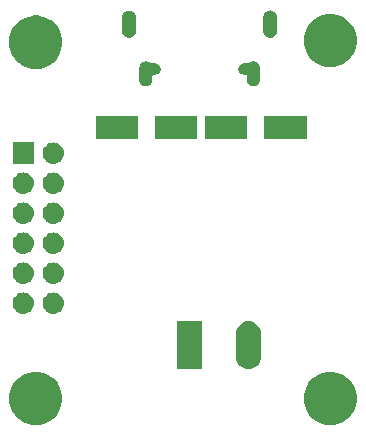
<source format=gbr>
G04 #@! TF.GenerationSoftware,KiCad,Pcbnew,(5.1.0)-1*
G04 #@! TF.CreationDate,2019-11-16T16:41:27+01:00*
G04 #@! TF.ProjectId,USBC_PowerDelivery,55534243-5f50-46f7-9765-7244656c6976,rev?*
G04 #@! TF.SameCoordinates,Original*
G04 #@! TF.FileFunction,Soldermask,Bot*
G04 #@! TF.FilePolarity,Negative*
%FSLAX46Y46*%
G04 Gerber Fmt 4.6, Leading zero omitted, Abs format (unit mm)*
G04 Created by KiCad (PCBNEW (5.1.0)-1) date 2019-11-16 16:41:27*
%MOMM*%
%LPD*%
G04 APERTURE LIST*
%ADD10C,0.100000*%
G04 APERTURE END LIST*
D10*
G36*
X136575880Y-138959776D02*
G01*
X136956593Y-139035504D01*
X137366249Y-139205189D01*
X137734929Y-139451534D01*
X138048466Y-139765071D01*
X138294811Y-140133751D01*
X138464496Y-140543407D01*
X138551000Y-140978296D01*
X138551000Y-141421704D01*
X138464496Y-141856593D01*
X138294811Y-142266249D01*
X138048466Y-142634929D01*
X137734929Y-142948466D01*
X137366249Y-143194811D01*
X136956593Y-143364496D01*
X136575880Y-143440224D01*
X136521705Y-143451000D01*
X136078295Y-143451000D01*
X136024120Y-143440224D01*
X135643407Y-143364496D01*
X135233751Y-143194811D01*
X134865071Y-142948466D01*
X134551534Y-142634929D01*
X134305189Y-142266249D01*
X134135504Y-141856593D01*
X134049000Y-141421704D01*
X134049000Y-140978296D01*
X134135504Y-140543407D01*
X134305189Y-140133751D01*
X134551534Y-139765071D01*
X134865071Y-139451534D01*
X135233751Y-139205189D01*
X135643407Y-139035504D01*
X136024120Y-138959776D01*
X136078295Y-138949000D01*
X136521705Y-138949000D01*
X136575880Y-138959776D01*
X136575880Y-138959776D01*
G37*
G36*
X111665880Y-138959776D02*
G01*
X112046593Y-139035504D01*
X112456249Y-139205189D01*
X112824929Y-139451534D01*
X113138466Y-139765071D01*
X113384811Y-140133751D01*
X113554496Y-140543407D01*
X113641000Y-140978296D01*
X113641000Y-141421704D01*
X113554496Y-141856593D01*
X113384811Y-142266249D01*
X113138466Y-142634929D01*
X112824929Y-142948466D01*
X112456249Y-143194811D01*
X112046593Y-143364496D01*
X111665880Y-143440224D01*
X111611705Y-143451000D01*
X111168295Y-143451000D01*
X111114120Y-143440224D01*
X110733407Y-143364496D01*
X110323751Y-143194811D01*
X109955071Y-142948466D01*
X109641534Y-142634929D01*
X109395189Y-142266249D01*
X109225504Y-141856593D01*
X109139000Y-141421704D01*
X109139000Y-140978296D01*
X109225504Y-140543407D01*
X109395189Y-140133751D01*
X109641534Y-139765071D01*
X109955071Y-139451534D01*
X110323751Y-139205189D01*
X110733407Y-139035504D01*
X111114120Y-138959776D01*
X111168295Y-138949000D01*
X111611705Y-138949000D01*
X111665880Y-138959776D01*
X111665880Y-138959776D01*
G37*
G36*
X129604071Y-134684063D02*
G01*
X129800300Y-134743589D01*
X129981146Y-134840253D01*
X130022437Y-134874140D01*
X130139660Y-134970340D01*
X130269748Y-135128855D01*
X130366410Y-135309697D01*
X130366411Y-135309699D01*
X130425937Y-135505928D01*
X130441000Y-135658868D01*
X130441000Y-137741132D01*
X130425937Y-137894072D01*
X130366411Y-138090301D01*
X130366410Y-138090303D01*
X130269748Y-138271145D01*
X130139660Y-138429660D01*
X129981145Y-138559748D01*
X129800303Y-138656410D01*
X129800301Y-138656411D01*
X129604072Y-138715937D01*
X129400000Y-138736036D01*
X129195929Y-138715937D01*
X128999700Y-138656411D01*
X128999698Y-138656410D01*
X128818856Y-138559748D01*
X128660341Y-138429660D01*
X128530253Y-138271145D01*
X128433591Y-138090303D01*
X128433590Y-138090301D01*
X128374064Y-137894072D01*
X128359001Y-137741132D01*
X128359000Y-135658869D01*
X128374063Y-135505929D01*
X128433589Y-135309700D01*
X128530253Y-135128854D01*
X128564140Y-135087563D01*
X128660340Y-134970340D01*
X128818855Y-134840252D01*
X128999697Y-134743590D01*
X128999699Y-134743589D01*
X129195928Y-134684063D01*
X129400000Y-134663964D01*
X129604071Y-134684063D01*
X129604071Y-134684063D01*
G37*
G36*
X125441000Y-138731000D02*
G01*
X123359000Y-138731000D01*
X123359000Y-134669000D01*
X125441000Y-134669000D01*
X125441000Y-138731000D01*
X125441000Y-138731000D01*
G37*
G36*
X112980443Y-132235519D02*
G01*
X113046627Y-132242037D01*
X113216466Y-132293557D01*
X113372991Y-132377222D01*
X113408729Y-132406552D01*
X113510186Y-132489814D01*
X113593448Y-132591271D01*
X113622778Y-132627009D01*
X113706443Y-132783534D01*
X113757963Y-132953373D01*
X113775359Y-133130000D01*
X113757963Y-133306627D01*
X113706443Y-133476466D01*
X113622778Y-133632991D01*
X113593448Y-133668729D01*
X113510186Y-133770186D01*
X113408729Y-133853448D01*
X113372991Y-133882778D01*
X113216466Y-133966443D01*
X113046627Y-134017963D01*
X112980442Y-134024482D01*
X112914260Y-134031000D01*
X112825740Y-134031000D01*
X112759558Y-134024482D01*
X112693373Y-134017963D01*
X112523534Y-133966443D01*
X112367009Y-133882778D01*
X112331271Y-133853448D01*
X112229814Y-133770186D01*
X112146552Y-133668729D01*
X112117222Y-133632991D01*
X112033557Y-133476466D01*
X111982037Y-133306627D01*
X111964641Y-133130000D01*
X111982037Y-132953373D01*
X112033557Y-132783534D01*
X112117222Y-132627009D01*
X112146552Y-132591271D01*
X112229814Y-132489814D01*
X112331271Y-132406552D01*
X112367009Y-132377222D01*
X112523534Y-132293557D01*
X112693373Y-132242037D01*
X112759557Y-132235519D01*
X112825740Y-132229000D01*
X112914260Y-132229000D01*
X112980443Y-132235519D01*
X112980443Y-132235519D01*
G37*
G36*
X110440443Y-132235519D02*
G01*
X110506627Y-132242037D01*
X110676466Y-132293557D01*
X110832991Y-132377222D01*
X110868729Y-132406552D01*
X110970186Y-132489814D01*
X111053448Y-132591271D01*
X111082778Y-132627009D01*
X111166443Y-132783534D01*
X111217963Y-132953373D01*
X111235359Y-133130000D01*
X111217963Y-133306627D01*
X111166443Y-133476466D01*
X111082778Y-133632991D01*
X111053448Y-133668729D01*
X110970186Y-133770186D01*
X110868729Y-133853448D01*
X110832991Y-133882778D01*
X110676466Y-133966443D01*
X110506627Y-134017963D01*
X110440442Y-134024482D01*
X110374260Y-134031000D01*
X110285740Y-134031000D01*
X110219558Y-134024482D01*
X110153373Y-134017963D01*
X109983534Y-133966443D01*
X109827009Y-133882778D01*
X109791271Y-133853448D01*
X109689814Y-133770186D01*
X109606552Y-133668729D01*
X109577222Y-133632991D01*
X109493557Y-133476466D01*
X109442037Y-133306627D01*
X109424641Y-133130000D01*
X109442037Y-132953373D01*
X109493557Y-132783534D01*
X109577222Y-132627009D01*
X109606552Y-132591271D01*
X109689814Y-132489814D01*
X109791271Y-132406552D01*
X109827009Y-132377222D01*
X109983534Y-132293557D01*
X110153373Y-132242037D01*
X110219557Y-132235519D01*
X110285740Y-132229000D01*
X110374260Y-132229000D01*
X110440443Y-132235519D01*
X110440443Y-132235519D01*
G37*
G36*
X110440442Y-129695518D02*
G01*
X110506627Y-129702037D01*
X110676466Y-129753557D01*
X110832991Y-129837222D01*
X110868729Y-129866552D01*
X110970186Y-129949814D01*
X111053448Y-130051271D01*
X111082778Y-130087009D01*
X111166443Y-130243534D01*
X111217963Y-130413373D01*
X111235359Y-130590000D01*
X111217963Y-130766627D01*
X111166443Y-130936466D01*
X111082778Y-131092991D01*
X111053448Y-131128729D01*
X110970186Y-131230186D01*
X110868729Y-131313448D01*
X110832991Y-131342778D01*
X110676466Y-131426443D01*
X110506627Y-131477963D01*
X110440443Y-131484481D01*
X110374260Y-131491000D01*
X110285740Y-131491000D01*
X110219557Y-131484481D01*
X110153373Y-131477963D01*
X109983534Y-131426443D01*
X109827009Y-131342778D01*
X109791271Y-131313448D01*
X109689814Y-131230186D01*
X109606552Y-131128729D01*
X109577222Y-131092991D01*
X109493557Y-130936466D01*
X109442037Y-130766627D01*
X109424641Y-130590000D01*
X109442037Y-130413373D01*
X109493557Y-130243534D01*
X109577222Y-130087009D01*
X109606552Y-130051271D01*
X109689814Y-129949814D01*
X109791271Y-129866552D01*
X109827009Y-129837222D01*
X109983534Y-129753557D01*
X110153373Y-129702037D01*
X110219558Y-129695518D01*
X110285740Y-129689000D01*
X110374260Y-129689000D01*
X110440442Y-129695518D01*
X110440442Y-129695518D01*
G37*
G36*
X112980442Y-129695518D02*
G01*
X113046627Y-129702037D01*
X113216466Y-129753557D01*
X113372991Y-129837222D01*
X113408729Y-129866552D01*
X113510186Y-129949814D01*
X113593448Y-130051271D01*
X113622778Y-130087009D01*
X113706443Y-130243534D01*
X113757963Y-130413373D01*
X113775359Y-130590000D01*
X113757963Y-130766627D01*
X113706443Y-130936466D01*
X113622778Y-131092991D01*
X113593448Y-131128729D01*
X113510186Y-131230186D01*
X113408729Y-131313448D01*
X113372991Y-131342778D01*
X113216466Y-131426443D01*
X113046627Y-131477963D01*
X112980443Y-131484481D01*
X112914260Y-131491000D01*
X112825740Y-131491000D01*
X112759557Y-131484481D01*
X112693373Y-131477963D01*
X112523534Y-131426443D01*
X112367009Y-131342778D01*
X112331271Y-131313448D01*
X112229814Y-131230186D01*
X112146552Y-131128729D01*
X112117222Y-131092991D01*
X112033557Y-130936466D01*
X111982037Y-130766627D01*
X111964641Y-130590000D01*
X111982037Y-130413373D01*
X112033557Y-130243534D01*
X112117222Y-130087009D01*
X112146552Y-130051271D01*
X112229814Y-129949814D01*
X112331271Y-129866552D01*
X112367009Y-129837222D01*
X112523534Y-129753557D01*
X112693373Y-129702037D01*
X112759558Y-129695518D01*
X112825740Y-129689000D01*
X112914260Y-129689000D01*
X112980442Y-129695518D01*
X112980442Y-129695518D01*
G37*
G36*
X110440443Y-127155519D02*
G01*
X110506627Y-127162037D01*
X110676466Y-127213557D01*
X110832991Y-127297222D01*
X110868729Y-127326552D01*
X110970186Y-127409814D01*
X111053448Y-127511271D01*
X111082778Y-127547009D01*
X111166443Y-127703534D01*
X111217963Y-127873373D01*
X111235359Y-128050000D01*
X111217963Y-128226627D01*
X111166443Y-128396466D01*
X111082778Y-128552991D01*
X111053448Y-128588729D01*
X110970186Y-128690186D01*
X110868729Y-128773448D01*
X110832991Y-128802778D01*
X110676466Y-128886443D01*
X110506627Y-128937963D01*
X110440443Y-128944481D01*
X110374260Y-128951000D01*
X110285740Y-128951000D01*
X110219557Y-128944481D01*
X110153373Y-128937963D01*
X109983534Y-128886443D01*
X109827009Y-128802778D01*
X109791271Y-128773448D01*
X109689814Y-128690186D01*
X109606552Y-128588729D01*
X109577222Y-128552991D01*
X109493557Y-128396466D01*
X109442037Y-128226627D01*
X109424641Y-128050000D01*
X109442037Y-127873373D01*
X109493557Y-127703534D01*
X109577222Y-127547009D01*
X109606552Y-127511271D01*
X109689814Y-127409814D01*
X109791271Y-127326552D01*
X109827009Y-127297222D01*
X109983534Y-127213557D01*
X110153373Y-127162037D01*
X110219557Y-127155519D01*
X110285740Y-127149000D01*
X110374260Y-127149000D01*
X110440443Y-127155519D01*
X110440443Y-127155519D01*
G37*
G36*
X112980443Y-127155519D02*
G01*
X113046627Y-127162037D01*
X113216466Y-127213557D01*
X113372991Y-127297222D01*
X113408729Y-127326552D01*
X113510186Y-127409814D01*
X113593448Y-127511271D01*
X113622778Y-127547009D01*
X113706443Y-127703534D01*
X113757963Y-127873373D01*
X113775359Y-128050000D01*
X113757963Y-128226627D01*
X113706443Y-128396466D01*
X113622778Y-128552991D01*
X113593448Y-128588729D01*
X113510186Y-128690186D01*
X113408729Y-128773448D01*
X113372991Y-128802778D01*
X113216466Y-128886443D01*
X113046627Y-128937963D01*
X112980443Y-128944481D01*
X112914260Y-128951000D01*
X112825740Y-128951000D01*
X112759557Y-128944481D01*
X112693373Y-128937963D01*
X112523534Y-128886443D01*
X112367009Y-128802778D01*
X112331271Y-128773448D01*
X112229814Y-128690186D01*
X112146552Y-128588729D01*
X112117222Y-128552991D01*
X112033557Y-128396466D01*
X111982037Y-128226627D01*
X111964641Y-128050000D01*
X111982037Y-127873373D01*
X112033557Y-127703534D01*
X112117222Y-127547009D01*
X112146552Y-127511271D01*
X112229814Y-127409814D01*
X112331271Y-127326552D01*
X112367009Y-127297222D01*
X112523534Y-127213557D01*
X112693373Y-127162037D01*
X112759557Y-127155519D01*
X112825740Y-127149000D01*
X112914260Y-127149000D01*
X112980443Y-127155519D01*
X112980443Y-127155519D01*
G37*
G36*
X110440442Y-124615518D02*
G01*
X110506627Y-124622037D01*
X110676466Y-124673557D01*
X110832991Y-124757222D01*
X110868729Y-124786552D01*
X110970186Y-124869814D01*
X111053448Y-124971271D01*
X111082778Y-125007009D01*
X111166443Y-125163534D01*
X111217963Y-125333373D01*
X111235359Y-125510000D01*
X111217963Y-125686627D01*
X111166443Y-125856466D01*
X111082778Y-126012991D01*
X111053448Y-126048729D01*
X110970186Y-126150186D01*
X110868729Y-126233448D01*
X110832991Y-126262778D01*
X110676466Y-126346443D01*
X110506627Y-126397963D01*
X110440443Y-126404481D01*
X110374260Y-126411000D01*
X110285740Y-126411000D01*
X110219557Y-126404481D01*
X110153373Y-126397963D01*
X109983534Y-126346443D01*
X109827009Y-126262778D01*
X109791271Y-126233448D01*
X109689814Y-126150186D01*
X109606552Y-126048729D01*
X109577222Y-126012991D01*
X109493557Y-125856466D01*
X109442037Y-125686627D01*
X109424641Y-125510000D01*
X109442037Y-125333373D01*
X109493557Y-125163534D01*
X109577222Y-125007009D01*
X109606552Y-124971271D01*
X109689814Y-124869814D01*
X109791271Y-124786552D01*
X109827009Y-124757222D01*
X109983534Y-124673557D01*
X110153373Y-124622037D01*
X110219558Y-124615518D01*
X110285740Y-124609000D01*
X110374260Y-124609000D01*
X110440442Y-124615518D01*
X110440442Y-124615518D01*
G37*
G36*
X112980442Y-124615518D02*
G01*
X113046627Y-124622037D01*
X113216466Y-124673557D01*
X113372991Y-124757222D01*
X113408729Y-124786552D01*
X113510186Y-124869814D01*
X113593448Y-124971271D01*
X113622778Y-125007009D01*
X113706443Y-125163534D01*
X113757963Y-125333373D01*
X113775359Y-125510000D01*
X113757963Y-125686627D01*
X113706443Y-125856466D01*
X113622778Y-126012991D01*
X113593448Y-126048729D01*
X113510186Y-126150186D01*
X113408729Y-126233448D01*
X113372991Y-126262778D01*
X113216466Y-126346443D01*
X113046627Y-126397963D01*
X112980443Y-126404481D01*
X112914260Y-126411000D01*
X112825740Y-126411000D01*
X112759557Y-126404481D01*
X112693373Y-126397963D01*
X112523534Y-126346443D01*
X112367009Y-126262778D01*
X112331271Y-126233448D01*
X112229814Y-126150186D01*
X112146552Y-126048729D01*
X112117222Y-126012991D01*
X112033557Y-125856466D01*
X111982037Y-125686627D01*
X111964641Y-125510000D01*
X111982037Y-125333373D01*
X112033557Y-125163534D01*
X112117222Y-125007009D01*
X112146552Y-124971271D01*
X112229814Y-124869814D01*
X112331271Y-124786552D01*
X112367009Y-124757222D01*
X112523534Y-124673557D01*
X112693373Y-124622037D01*
X112759558Y-124615518D01*
X112825740Y-124609000D01*
X112914260Y-124609000D01*
X112980442Y-124615518D01*
X112980442Y-124615518D01*
G37*
G36*
X110440442Y-122075518D02*
G01*
X110506627Y-122082037D01*
X110676466Y-122133557D01*
X110832991Y-122217222D01*
X110868729Y-122246552D01*
X110970186Y-122329814D01*
X111053448Y-122431271D01*
X111082778Y-122467009D01*
X111166443Y-122623534D01*
X111217963Y-122793373D01*
X111235359Y-122970000D01*
X111217963Y-123146627D01*
X111166443Y-123316466D01*
X111082778Y-123472991D01*
X111053448Y-123508729D01*
X110970186Y-123610186D01*
X110868729Y-123693448D01*
X110832991Y-123722778D01*
X110676466Y-123806443D01*
X110506627Y-123857963D01*
X110440442Y-123864482D01*
X110374260Y-123871000D01*
X110285740Y-123871000D01*
X110219558Y-123864482D01*
X110153373Y-123857963D01*
X109983534Y-123806443D01*
X109827009Y-123722778D01*
X109791271Y-123693448D01*
X109689814Y-123610186D01*
X109606552Y-123508729D01*
X109577222Y-123472991D01*
X109493557Y-123316466D01*
X109442037Y-123146627D01*
X109424641Y-122970000D01*
X109442037Y-122793373D01*
X109493557Y-122623534D01*
X109577222Y-122467009D01*
X109606552Y-122431271D01*
X109689814Y-122329814D01*
X109791271Y-122246552D01*
X109827009Y-122217222D01*
X109983534Y-122133557D01*
X110153373Y-122082037D01*
X110219558Y-122075518D01*
X110285740Y-122069000D01*
X110374260Y-122069000D01*
X110440442Y-122075518D01*
X110440442Y-122075518D01*
G37*
G36*
X112980442Y-122075518D02*
G01*
X113046627Y-122082037D01*
X113216466Y-122133557D01*
X113372991Y-122217222D01*
X113408729Y-122246552D01*
X113510186Y-122329814D01*
X113593448Y-122431271D01*
X113622778Y-122467009D01*
X113706443Y-122623534D01*
X113757963Y-122793373D01*
X113775359Y-122970000D01*
X113757963Y-123146627D01*
X113706443Y-123316466D01*
X113622778Y-123472991D01*
X113593448Y-123508729D01*
X113510186Y-123610186D01*
X113408729Y-123693448D01*
X113372991Y-123722778D01*
X113216466Y-123806443D01*
X113046627Y-123857963D01*
X112980442Y-123864482D01*
X112914260Y-123871000D01*
X112825740Y-123871000D01*
X112759558Y-123864482D01*
X112693373Y-123857963D01*
X112523534Y-123806443D01*
X112367009Y-123722778D01*
X112331271Y-123693448D01*
X112229814Y-123610186D01*
X112146552Y-123508729D01*
X112117222Y-123472991D01*
X112033557Y-123316466D01*
X111982037Y-123146627D01*
X111964641Y-122970000D01*
X111982037Y-122793373D01*
X112033557Y-122623534D01*
X112117222Y-122467009D01*
X112146552Y-122431271D01*
X112229814Y-122329814D01*
X112331271Y-122246552D01*
X112367009Y-122217222D01*
X112523534Y-122133557D01*
X112693373Y-122082037D01*
X112759558Y-122075518D01*
X112825740Y-122069000D01*
X112914260Y-122069000D01*
X112980442Y-122075518D01*
X112980442Y-122075518D01*
G37*
G36*
X112980443Y-119535519D02*
G01*
X113046627Y-119542037D01*
X113216466Y-119593557D01*
X113372991Y-119677222D01*
X113408729Y-119706552D01*
X113510186Y-119789814D01*
X113593448Y-119891271D01*
X113622778Y-119927009D01*
X113706443Y-120083534D01*
X113757963Y-120253373D01*
X113775359Y-120430000D01*
X113757963Y-120606627D01*
X113706443Y-120776466D01*
X113622778Y-120932991D01*
X113593448Y-120968729D01*
X113510186Y-121070186D01*
X113408729Y-121153448D01*
X113372991Y-121182778D01*
X113216466Y-121266443D01*
X113046627Y-121317963D01*
X112980443Y-121324481D01*
X112914260Y-121331000D01*
X112825740Y-121331000D01*
X112759557Y-121324481D01*
X112693373Y-121317963D01*
X112523534Y-121266443D01*
X112367009Y-121182778D01*
X112331271Y-121153448D01*
X112229814Y-121070186D01*
X112146552Y-120968729D01*
X112117222Y-120932991D01*
X112033557Y-120776466D01*
X111982037Y-120606627D01*
X111964641Y-120430000D01*
X111982037Y-120253373D01*
X112033557Y-120083534D01*
X112117222Y-119927009D01*
X112146552Y-119891271D01*
X112229814Y-119789814D01*
X112331271Y-119706552D01*
X112367009Y-119677222D01*
X112523534Y-119593557D01*
X112693373Y-119542037D01*
X112759557Y-119535519D01*
X112825740Y-119529000D01*
X112914260Y-119529000D01*
X112980443Y-119535519D01*
X112980443Y-119535519D01*
G37*
G36*
X111231000Y-121331000D02*
G01*
X109429000Y-121331000D01*
X109429000Y-119529000D01*
X111231000Y-119529000D01*
X111231000Y-121331000D01*
X111231000Y-121331000D01*
G37*
G36*
X134301000Y-119201000D02*
G01*
X130699000Y-119201000D01*
X130699000Y-117299000D01*
X134301000Y-117299000D01*
X134301000Y-119201000D01*
X134301000Y-119201000D01*
G37*
G36*
X125051000Y-119201000D02*
G01*
X121449000Y-119201000D01*
X121449000Y-117299000D01*
X125051000Y-117299000D01*
X125051000Y-119201000D01*
X125051000Y-119201000D01*
G37*
G36*
X120051000Y-119201000D02*
G01*
X116449000Y-119201000D01*
X116449000Y-117299000D01*
X120051000Y-117299000D01*
X120051000Y-119201000D01*
X120051000Y-119201000D01*
G37*
G36*
X129301000Y-119201000D02*
G01*
X125699000Y-119201000D01*
X125699000Y-117299000D01*
X129301000Y-117299000D01*
X129301000Y-119201000D01*
X129301000Y-119201000D01*
G37*
G36*
X120808797Y-112669030D02*
G01*
X120861108Y-112684899D01*
X120913417Y-112700766D01*
X120913419Y-112700767D01*
X121009832Y-112752301D01*
X121051657Y-112786626D01*
X121072031Y-112800240D01*
X121094670Y-112809617D01*
X121118703Y-112814398D01*
X121130956Y-112815000D01*
X121511579Y-112815000D01*
X121582097Y-112821945D01*
X121672572Y-112849391D01*
X121672574Y-112849392D01*
X121672577Y-112849393D01*
X121755964Y-112893964D01*
X121755965Y-112893965D01*
X121755967Y-112893966D01*
X121829054Y-112953946D01*
X121887210Y-113024811D01*
X121889036Y-113027036D01*
X121933607Y-113110423D01*
X121933608Y-113110426D01*
X121933609Y-113110428D01*
X121961055Y-113200903D01*
X121970322Y-113295000D01*
X121961055Y-113389097D01*
X121933609Y-113479572D01*
X121933607Y-113479577D01*
X121889036Y-113562964D01*
X121889034Y-113562967D01*
X121829054Y-113636054D01*
X121755967Y-113696034D01*
X121755965Y-113696035D01*
X121755964Y-113696036D01*
X121672577Y-113740607D01*
X121672574Y-113740608D01*
X121672572Y-113740609D01*
X121582097Y-113768055D01*
X121511579Y-113775000D01*
X121379999Y-113775000D01*
X121355613Y-113777402D01*
X121332164Y-113784515D01*
X121310553Y-113796066D01*
X121291611Y-113811611D01*
X121276066Y-113830553D01*
X121264515Y-113852164D01*
X121257402Y-113875613D01*
X121255000Y-113899999D01*
X121255000Y-114251264D01*
X121246970Y-114332797D01*
X121215233Y-114437419D01*
X121163700Y-114533831D01*
X121163698Y-114533833D01*
X121094343Y-114618343D01*
X121009833Y-114687698D01*
X120913416Y-114739234D01*
X120861107Y-114755101D01*
X120808796Y-114770970D01*
X120700000Y-114781685D01*
X120591203Y-114770970D01*
X120538892Y-114755101D01*
X120486583Y-114739234D01*
X120486581Y-114739233D01*
X120390168Y-114687699D01*
X120377317Y-114677153D01*
X120305657Y-114618343D01*
X120236302Y-114533833D01*
X120184766Y-114437416D01*
X120153031Y-114332798D01*
X120153030Y-114332796D01*
X120145000Y-114251263D01*
X120145001Y-113188736D01*
X120153031Y-113107203D01*
X120174824Y-113035361D01*
X120184767Y-113002583D01*
X120212339Y-112951000D01*
X120236302Y-112906168D01*
X120305658Y-112821657D01*
X120390169Y-112752301D01*
X120486582Y-112700767D01*
X120486584Y-112700766D01*
X120538893Y-112684899D01*
X120591204Y-112669030D01*
X120700000Y-112658315D01*
X120808797Y-112669030D01*
X120808797Y-112669030D01*
G37*
G36*
X129908797Y-112669030D02*
G01*
X129961108Y-112684899D01*
X130013417Y-112700766D01*
X130013419Y-112700767D01*
X130109832Y-112752301D01*
X130194343Y-112821657D01*
X130263699Y-112906168D01*
X130287662Y-112951000D01*
X130315234Y-113002583D01*
X130325177Y-113035361D01*
X130346970Y-113107203D01*
X130355000Y-113188736D01*
X130355000Y-114251264D01*
X130346970Y-114332797D01*
X130315233Y-114437419D01*
X130263700Y-114533831D01*
X130263698Y-114533833D01*
X130194343Y-114618343D01*
X130109833Y-114687698D01*
X130013416Y-114739234D01*
X129961107Y-114755101D01*
X129908796Y-114770970D01*
X129800000Y-114781685D01*
X129691203Y-114770970D01*
X129638892Y-114755101D01*
X129586583Y-114739234D01*
X129586581Y-114739233D01*
X129490168Y-114687699D01*
X129477317Y-114677153D01*
X129405657Y-114618343D01*
X129336302Y-114533833D01*
X129284766Y-114437416D01*
X129253031Y-114332798D01*
X129253030Y-114332796D01*
X129245000Y-114251263D01*
X129245000Y-113899999D01*
X129242598Y-113875613D01*
X129235485Y-113852164D01*
X129223934Y-113830553D01*
X129208389Y-113811611D01*
X129189447Y-113796066D01*
X129167836Y-113784515D01*
X129144387Y-113777402D01*
X129120001Y-113775000D01*
X128988421Y-113775000D01*
X128917903Y-113768055D01*
X128827428Y-113740609D01*
X128827426Y-113740608D01*
X128827423Y-113740607D01*
X128744036Y-113696036D01*
X128744035Y-113696035D01*
X128744033Y-113696034D01*
X128670946Y-113636054D01*
X128610966Y-113562967D01*
X128610964Y-113562964D01*
X128566393Y-113479577D01*
X128566391Y-113479572D01*
X128538945Y-113389097D01*
X128529678Y-113295000D01*
X128538945Y-113200903D01*
X128566391Y-113110428D01*
X128566392Y-113110426D01*
X128566393Y-113110423D01*
X128610964Y-113027036D01*
X128612790Y-113024811D01*
X128670946Y-112953946D01*
X128744033Y-112893966D01*
X128744035Y-112893965D01*
X128744036Y-112893964D01*
X128827423Y-112849393D01*
X128827426Y-112849392D01*
X128827428Y-112849391D01*
X128917903Y-112821945D01*
X128988421Y-112815000D01*
X129369045Y-112815000D01*
X129393431Y-112812598D01*
X129416880Y-112805485D01*
X129438491Y-112793934D01*
X129448344Y-112786626D01*
X129490169Y-112752301D01*
X129586582Y-112700767D01*
X129586584Y-112700766D01*
X129638893Y-112684899D01*
X129691204Y-112669030D01*
X129800000Y-112658315D01*
X129908797Y-112669030D01*
X129908797Y-112669030D01*
G37*
G36*
X111665880Y-108789776D02*
G01*
X112046593Y-108865504D01*
X112456249Y-109035189D01*
X112824929Y-109281534D01*
X113138466Y-109595071D01*
X113384811Y-109963751D01*
X113554496Y-110373407D01*
X113641000Y-110808296D01*
X113641000Y-111251704D01*
X113554496Y-111686593D01*
X113384811Y-112096249D01*
X113138466Y-112464929D01*
X112824929Y-112778466D01*
X112456249Y-113024811D01*
X112046593Y-113194496D01*
X111665880Y-113270224D01*
X111611705Y-113281000D01*
X111168295Y-113281000D01*
X111114120Y-113270224D01*
X110733407Y-113194496D01*
X110323751Y-113024811D01*
X109955071Y-112778466D01*
X109641534Y-112464929D01*
X109395189Y-112096249D01*
X109225504Y-111686593D01*
X109139000Y-111251704D01*
X109139000Y-110808296D01*
X109225504Y-110373407D01*
X109395189Y-109963751D01*
X109641534Y-109595071D01*
X109955071Y-109281534D01*
X110323751Y-109035189D01*
X110733407Y-108865504D01*
X111114120Y-108789776D01*
X111168295Y-108779000D01*
X111611705Y-108779000D01*
X111665880Y-108789776D01*
X111665880Y-108789776D01*
G37*
G36*
X136575880Y-108659776D02*
G01*
X136956593Y-108735504D01*
X137366249Y-108905189D01*
X137734929Y-109151534D01*
X138048466Y-109465071D01*
X138294811Y-109833751D01*
X138464496Y-110243407D01*
X138551000Y-110678296D01*
X138551000Y-111121704D01*
X138464496Y-111556593D01*
X138294811Y-111966249D01*
X138048466Y-112334929D01*
X137734929Y-112648466D01*
X137366249Y-112894811D01*
X136956593Y-113064496D01*
X136575880Y-113140224D01*
X136521705Y-113151000D01*
X136078295Y-113151000D01*
X136024120Y-113140224D01*
X135643407Y-113064496D01*
X135233751Y-112894811D01*
X134865071Y-112648466D01*
X134551534Y-112334929D01*
X134305189Y-111966249D01*
X134135504Y-111556593D01*
X134049000Y-111121704D01*
X134049000Y-110678296D01*
X134135504Y-110243407D01*
X134305189Y-109833751D01*
X134551534Y-109465071D01*
X134865071Y-109151534D01*
X135233751Y-108905189D01*
X135643407Y-108735504D01*
X136024120Y-108659776D01*
X136078295Y-108649000D01*
X136521705Y-108649000D01*
X136575880Y-108659776D01*
X136575880Y-108659776D01*
G37*
G36*
X131337818Y-108357696D02*
G01*
X131451105Y-108392062D01*
X131555512Y-108447869D01*
X131647027Y-108522973D01*
X131722131Y-108614488D01*
X131777938Y-108718895D01*
X131812304Y-108832182D01*
X131821000Y-108920481D01*
X131821000Y-110079519D01*
X131812304Y-110167818D01*
X131777938Y-110281105D01*
X131722131Y-110385512D01*
X131722130Y-110385513D01*
X131647027Y-110477027D01*
X131571923Y-110538662D01*
X131555511Y-110552131D01*
X131451104Y-110607938D01*
X131337817Y-110642304D01*
X131220000Y-110653907D01*
X131102182Y-110642304D01*
X130988895Y-110607938D01*
X130884488Y-110552131D01*
X130838525Y-110514410D01*
X130792973Y-110477027D01*
X130717870Y-110385512D01*
X130717869Y-110385511D01*
X130662062Y-110281104D01*
X130627696Y-110167817D01*
X130619000Y-110079518D01*
X130619001Y-108920481D01*
X130627697Y-108832182D01*
X130662063Y-108718895D01*
X130717870Y-108614488D01*
X130792974Y-108522973D01*
X130884489Y-108447869D01*
X130988896Y-108392062D01*
X131102183Y-108357696D01*
X131220000Y-108346093D01*
X131337818Y-108357696D01*
X131337818Y-108357696D01*
G37*
G36*
X119397818Y-108357696D02*
G01*
X119511105Y-108392062D01*
X119615512Y-108447869D01*
X119707027Y-108522973D01*
X119782131Y-108614488D01*
X119837938Y-108718895D01*
X119872304Y-108832182D01*
X119881000Y-108920481D01*
X119881000Y-110079519D01*
X119872304Y-110167818D01*
X119837938Y-110281105D01*
X119782131Y-110385512D01*
X119782130Y-110385513D01*
X119707027Y-110477027D01*
X119631923Y-110538662D01*
X119615511Y-110552131D01*
X119511104Y-110607938D01*
X119397817Y-110642304D01*
X119280000Y-110653907D01*
X119162182Y-110642304D01*
X119048895Y-110607938D01*
X118944488Y-110552131D01*
X118898525Y-110514410D01*
X118852973Y-110477027D01*
X118777870Y-110385512D01*
X118777869Y-110385511D01*
X118722062Y-110281104D01*
X118687696Y-110167817D01*
X118679000Y-110079518D01*
X118679001Y-108920481D01*
X118687697Y-108832182D01*
X118722063Y-108718895D01*
X118777870Y-108614488D01*
X118852974Y-108522973D01*
X118944489Y-108447869D01*
X119048896Y-108392062D01*
X119162183Y-108357696D01*
X119280000Y-108346093D01*
X119397818Y-108357696D01*
X119397818Y-108357696D01*
G37*
M02*

</source>
